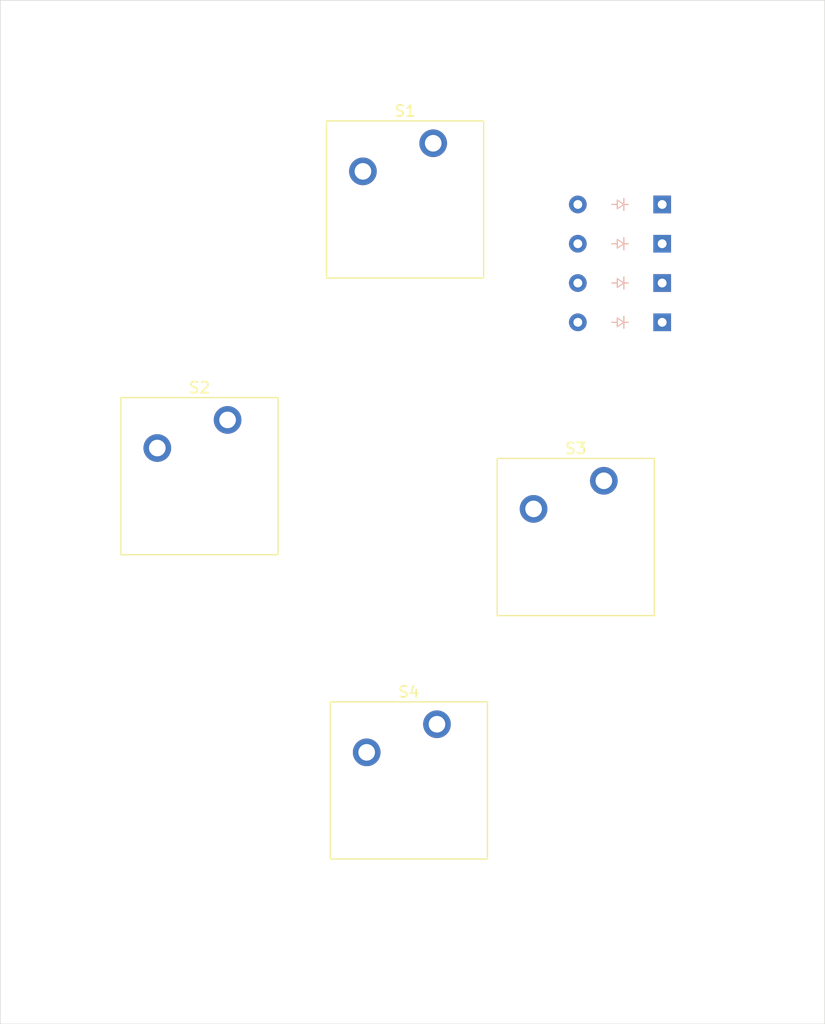
<source format=kicad_pcb>
(kicad_pcb (version 20240108) (generator "pcbnew") (generator_version "8.0")
  (layers (0 "F.Cu" signal) (31 "B.Cu" signal) (34 "B.Paste" user) (35 "F.Paste" user) (36 "B.SilkS" user "B.Silkscreen") (37 "F.SilkS" user "F.Silkscreen") (38 "B.Mask" user) (39 "F.Mask" user) (44 "Edge.Cuts" user))
  (net 0 "")
  (net 2 "Net-(D1-A)")
  (net 9 "Net-(S1-Pad2)")
  (net 11 "Net-(S2-Pad2)")
  (net 12 "Net-(S3-Pad2)")
  (footprint "ScottoKeebs_MX:MX_PCB_1.00u" (layer "F.Cu") (at 122 94.5)
    (property "Reference" "S3" (at 0 -8 0) (layer "F.SilkS"))
    (property "Value" "Keyswitch")
    (fp_line (start -7.1 -7.1) (end -7.1 7.1) (stroke (width 0.12)) (layer "F.SilkS"))
    (fp_line (start -7.1 7.1) (end 7.1 7.1) (stroke (width 0.12)) (layer "F.SilkS"))
    (fp_line (start 7.1 -7.1) (end -7.1 -7.1) (stroke (width 0.12)) (layer "F.SilkS"))
    (fp_line (start 7.1 7.1) (end 7.1 -7.1) (stroke (width 0.12)) (layer "F.SilkS"))
    (pad "" np_thru_hole circle (at -5.08 0) (size 1.75 1.75) (drill 1.75) (layers "*.Cu" "*.Mask"))
    (pad "" np_thru_hole circle (at 0 0) (size 4 4) (drill 4) (layers "*.Cu" "*.Mask"))
    (pad "" np_thru_hole circle (at 5.08 0) (size 1.75 1.75) (drill 1.75) (layers "*.Cu" "*.Mask"))
    (pad "1" thru_hole circle (at -3.81 -2.54) (size 2.5 2.5) (drill 1.5) (layers "*.Cu" "*.Mask") (net 11 "Net-(S2-Pad2)"))
    (pad "2" thru_hole circle (at 2.54 -5.08) (size 2.5 2.5) (drill 1.5) (layers "*.Cu" "*.Mask") (net 12 "Net-(S3-Pad2)"))
  )
  (footprint "ScottoKeebs_MX:MX_PCB_1.00u" (layer "F.Cu") (at 106.58 64)
    (property "Reference" "S1" (at 0 -8 0) (layer "F.SilkS"))
    (property "Value" "Keyswitch")
    (fp_line (start -7.1 -7.1) (end -7.1 7.1) (stroke (width 0.12)) (layer "F.SilkS"))
    (fp_line (start -7.1 7.1) (end 7.1 7.1) (stroke (width 0.12)) (layer "F.SilkS"))
    (fp_line (start 7.1 -7.1) (end -7.1 -7.1) (stroke (width 0.12)) (layer "F.SilkS"))
    (fp_line (start 7.1 7.1) (end 7.1 -7.1) (stroke (width 0.12)) (layer "F.SilkS"))
    (pad "" np_thru_hole circle (at -5.08 0) (size 1.75 1.75) (drill 1.75) (layers "*.Cu" "*.Mask"))
    (pad "" np_thru_hole circle (at 0 0) (size 4 4) (drill 4) (layers "*.Cu" "*.Mask"))
    (pad "" np_thru_hole circle (at 5.08 0) (size 1.75 1.75) (drill 1.75) (layers "*.Cu" "*.Mask"))
    (pad "1" thru_hole circle (at -3.81 -2.54) (size 2.5 2.5) (drill 1.5) (layers "*.Cu" "*.Mask"))
    (pad "2" thru_hole circle (at 2.54 -5.08) (size 2.5 2.5) (drill 1.5) (layers "*.Cu" "*.Mask") (net 9 "Net-(S1-Pad2)"))
  )
  (footprint "ScottoKeebs_MX:MX_PCB_1.00u" (layer "F.Cu") (at 106.92 116.5)
    (property "Reference" "S4" (at 0 -8 0) (layer "F.SilkS"))
    (property "Value" "Keyswitch")
    (fp_line (start -7.1 -7.1) (end -7.1 7.1) (stroke (width 0.12)) (layer "F.SilkS"))
    (fp_line (start -7.1 7.1) (end 7.1 7.1) (stroke (width 0.12)) (layer "F.SilkS"))
    (fp_line (start 7.1 -7.1) (end -7.1 -7.1) (stroke (width 0.12)) (layer "F.SilkS"))
    (fp_line (start 7.1 7.1) (end 7.1 -7.1) (stroke (width 0.12)) (layer "F.SilkS"))
    (pad "" np_thru_hole circle (at -5.08 0) (size 1.75 1.75) (drill 1.75) (layers "*.Cu" "*.Mask"))
    (pad "" np_thru_hole circle (at 0 0) (size 4 4) (drill 4) (layers "*.Cu" "*.Mask"))
    (pad "" np_thru_hole circle (at 5.08 0) (size 1.75 1.75) (drill 1.75) (layers "*.Cu" "*.Mask"))
    (pad "1" thru_hole circle (at -3.81 -2.54) (size 2.5 2.5) (drill 1.5) (layers "*.Cu" "*.Mask") (net 12 "Net-(S3-Pad2)"))
    (pad "2" thru_hole circle (at 2.54 -5.08) (size 2.5 2.5) (drill 1.5) (layers "*.Cu" "*.Mask") (net 2 "Net-(D1-A)"))
  )
  (footprint "ScottoKeebs_MX:MX_PCB_1.00u" (layer "F.Cu") (at 88 89)
    (property "Reference" "S2" (at 0 -8 0) (layer "F.SilkS"))
    (property "Value" "Keyswitch")
    (fp_line (start -7.1 -7.1) (end -7.1 7.1) (stroke (width 0.12)) (layer "F.SilkS"))
    (fp_line (start -7.1 7.1) (end 7.1 7.1) (stroke (width 0.12)) (layer "F.SilkS"))
    (fp_line (start 7.1 -7.1) (end -7.1 -7.1) (stroke (width 0.12)) (layer "F.SilkS"))
    (fp_line (start 7.1 7.1) (end 7.1 -7.1) (stroke (width 0.12)) (layer "F.SilkS"))
    (pad "" np_thru_hole circle (at -5.08 0) (size 1.75 1.75) (drill 1.75) (layers "*.Cu" "*.Mask"))
    (pad "" np_thru_hole circle (at 0 0) (size 4 4) (drill 4) (layers "*.Cu" "*.Mask"))
    (pad "" np_thru_hole circle (at 5.08 0) (size 1.75 1.75) (drill 1.75) (layers "*.Cu" "*.Mask"))
    (pad "1" thru_hole circle (at -3.81 -2.54) (size 2.5 2.5) (drill 1.5) (layers "*.Cu" "*.Mask") (net 9 "Net-(S1-Pad2)"))
    (pad "2" thru_hole circle (at 2.54 -5.08) (size 2.5 2.5) (drill 1.5) (layers "*.Cu" "*.Mask") (net 11 "Net-(S2-Pad2)"))
  )
  (footprint "ScottoKeebs_Components:Diode_DO-35" (layer "B.Cu") (at 129.81 75.1 180)
    (property "Reference" "D4" (hide yes))
    (property "Value" "Diode" (hide yes))
    (fp_line (start 4.56 0) (end 4.06 0) (stroke (width 0.1)) (layer "B.SilkS"))
    (fp_line (start 4.06 0.4) (end 3.46 0) (stroke (width 0.1)) (layer "B.SilkS"))
    (fp_line (start 4.06 -0.4) (end 4.06 0.4) (stroke (width 0.1)) (layer "B.SilkS"))
    (fp_line (start 3.46 0) (end 4.06 -0.4) (stroke (width 0.1)) (layer "B.SilkS"))
    (fp_line (start 3.46 0) (end 3.06 0) (stroke (width 0.1)) (layer "B.SilkS"))
    (fp_line (start 3.46 -0.55) (end 3.46 0.55) (stroke (width 0.1)) (layer "B.SilkS"))
    (pad "1" thru_hole rect (at 0 0 180) (size 1.6 1.6) (drill 0.8) (layers "*.Cu" "*.Mask"))
    (pad "2" thru_hole oval (at 7.62 0 180) (size 1.6 1.6) (drill 0.8) (layers "*.Cu" "*.Mask"))
  )
  (footprint "ScottoKeebs_Components:Diode_DO-35" (layer "B.Cu") (at 129.81 64.45 180)
    (property "Reference" "D1" (hide yes))
    (property "Value" "Diode" (hide yes))
    (fp_line (start 4.56 0) (end 4.06 0) (stroke (width 0.1)) (layer "B.SilkS"))
    (fp_line (start 4.06 0.4) (end 3.46 0) (stroke (width 0.1)) (layer "B.SilkS"))
    (fp_line (start 4.06 -0.4) (end 4.06 0.4) (stroke (width 0.1)) (layer "B.SilkS"))
    (fp_line (start 3.46 0) (end 4.06 -0.4) (stroke (width 0.1)) (layer "B.SilkS"))
    (fp_line (start 3.46 0) (end 3.06 0) (stroke (width 0.1)) (layer "B.SilkS"))
    (fp_line (start 3.46 -0.55) (end 3.46 0.55) (stroke (width 0.1)) (layer "B.SilkS"))
    (pad "1" thru_hole rect (at 0 0 180) (size 1.6 1.6) (drill 0.8) (layers "*.Cu" "*.Mask"))
    (pad "2" thru_hole oval (at 7.62 0 180) (size 1.6 1.6) (drill 0.8) (layers "*.Cu" "*.Mask") (net 2 "Net-(D1-A)"))
  )
  (footprint "ScottoKeebs_Components:Diode_DO-35" (layer "B.Cu") (at 129.81 68 180)
    (property "Reference" "D2" (hide yes))
    (property "Value" "Diode" (hide yes))
    (fp_line (start 4.56 0) (end 4.06 0) (stroke (width 0.1)) (layer "B.SilkS"))
    (fp_line (start 4.06 0.4) (end 3.46 0) (stroke (width 0.1)) (layer "B.SilkS"))
    (fp_line (start 4.06 -0.4) (end 4.06 0.4) (stroke (width 0.1)) (layer "B.SilkS"))
    (fp_line (start 3.46 0) (end 4.06 -0.4) (stroke (width 0.1)) (layer "B.SilkS"))
    (fp_line (start 3.46 0) (end 3.06 0) (stroke (width 0.1)) (layer "B.SilkS"))
    (fp_line (start 3.46 -0.55) (end 3.46 0.55) (stroke (width 0.1)) (layer "B.SilkS"))
    (pad "1" thru_hole rect (at 0 0 180) (size 1.6 1.6) (drill 0.8) (layers "*.Cu" "*.Mask"))
    (pad "2" thru_hole oval (at 7.62 0 180) (size 1.6 1.6) (drill 0.8) (layers "*.Cu" "*.Mask"))
  )
  (footprint "ScottoKeebs_Components:Diode_DO-35" (layer "B.Cu") (at 129.81 71.55 180)
    (property "Reference" "D3" (hide yes))
    (property "Value" "Diode" (hide yes))
    (fp_line (start 4.56 0) (end 4.06 0) (stroke (width 0.1)) (layer "B.SilkS"))
    (fp_line (start 4.06 0.4) (end 3.46 0) (stroke (width 0.1)) (layer "B.SilkS"))
    (fp_line (start 4.06 -0.4) (end 4.06 0.4) (stroke (width 0.1)) (layer "B.SilkS"))
    (fp_line (start 3.46 0) (end 4.06 -0.4) (stroke (width 0.1)) (layer "B.SilkS"))
    (fp_line (start 3.46 0) (end 3.06 0) (stroke (width 0.1)) (layer "B.SilkS"))
    (fp_line (start 3.46 -0.55) (end 3.46 0.55) (stroke (width 0.1)) (layer "B.SilkS"))
    (pad "1" thru_hole rect (at 0 0 180) (size 1.6 1.6) (drill 0.8) (layers "*.Cu" "*.Mask"))
    (pad "2" thru_hole oval (at 7.62 0 180) (size 1.6 1.6) (drill 0.8) (layers "*.Cu" "*.Mask"))
  )
  (gr_rect (start 70 46) (end 144.5 138.5) (stroke (width 0.05)) (fill none) (layer "Edge.Cuts"))
)
</source>
